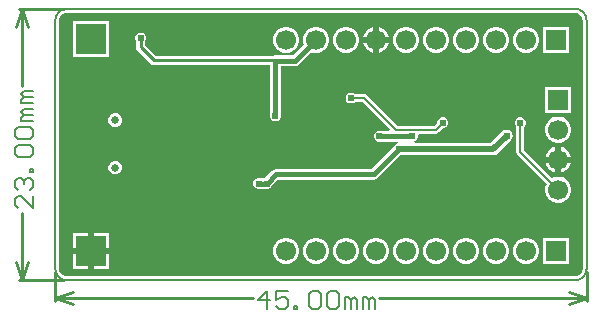
<source format=gbl>
G04*
G04 #@! TF.GenerationSoftware,Altium Limited,Altium Designer,21.2.2 (38)*
G04*
G04 Layer_Physical_Order=2*
G04 Layer_Color=16711680*
%FSLAX24Y24*%
%MOIN*%
G70*
G04*
G04 #@! TF.SameCoordinates,73095A83-B390-47B6-BD11-AEDCE0CE4F92*
G04*
G04*
G04 #@! TF.FilePolarity,Positive*
G04*
G01*
G75*
%ADD13C,0.0060*%
%ADD16C,0.0060*%
%ADD17C,0.0100*%
%ADD41C,0.0200*%
%ADD42C,0.0150*%
%ADD52R,0.1000X0.1000*%
%ADD53R,0.0669X0.0669*%
%ADD54C,0.0669*%
%ADD55R,0.0669X0.0669*%
%ADD56C,0.0256*%
%ADD57C,0.0240*%
G36*
X17323Y8922D02*
X17390Y8914D01*
X17453Y8887D01*
X17507Y8846D01*
X17549Y8792D01*
X17575Y8729D01*
X17584Y8661D01*
X17584D01*
Y394D01*
X17584D01*
X17575Y326D01*
X17549Y263D01*
X17507Y209D01*
X17453Y168D01*
X17390Y142D01*
X17323Y133D01*
Y133D01*
X394D01*
Y133D01*
X326Y142D01*
X263Y168D01*
X209Y209D01*
X168Y263D01*
X142Y326D01*
X133Y394D01*
X133D01*
Y8661D01*
X133D01*
X142Y8729D01*
X168Y8792D01*
X209Y8846D01*
X263Y8887D01*
X326Y8914D01*
X394Y8922D01*
Y8923D01*
X17323D01*
Y8922D01*
D02*
G37*
%LPC*%
G36*
X10800Y8439D02*
Y8116D01*
X11123D01*
X11105Y8184D01*
X11048Y8283D01*
X10967Y8364D01*
X10868Y8421D01*
X10800Y8439D01*
D02*
G37*
G36*
X10600D02*
X10532Y8421D01*
X10433Y8364D01*
X10352Y8283D01*
X10295Y8184D01*
X10277Y8116D01*
X10600D01*
Y8439D01*
D02*
G37*
G36*
X11123Y7916D02*
X10800D01*
Y7593D01*
X10868Y7611D01*
X10967Y7668D01*
X11048Y7749D01*
X11105Y7848D01*
X11123Y7916D01*
D02*
G37*
G36*
X10600D02*
X10277D01*
X10295Y7848D01*
X10352Y7749D01*
X10433Y7668D01*
X10532Y7611D01*
X10600Y7593D01*
Y7916D01*
D02*
G37*
G36*
X17135Y8450D02*
X16265D01*
Y7581D01*
X17135D01*
Y8450D01*
D02*
G37*
G36*
X15757D02*
X15643D01*
X15532Y8421D01*
X15433Y8364D01*
X15352Y8283D01*
X15295Y8184D01*
X15265Y8073D01*
Y7959D01*
X15295Y7848D01*
X15352Y7749D01*
X15433Y7668D01*
X15532Y7611D01*
X15643Y7581D01*
X15757D01*
X15868Y7611D01*
X15967Y7668D01*
X16048Y7749D01*
X16105Y7848D01*
X16135Y7959D01*
Y8073D01*
X16105Y8184D01*
X16048Y8283D01*
X15967Y8364D01*
X15868Y8421D01*
X15757Y8450D01*
D02*
G37*
G36*
X14757D02*
X14643D01*
X14532Y8421D01*
X14433Y8364D01*
X14352Y8283D01*
X14295Y8184D01*
X14265Y8073D01*
Y7959D01*
X14295Y7848D01*
X14352Y7749D01*
X14433Y7668D01*
X14532Y7611D01*
X14643Y7581D01*
X14757D01*
X14868Y7611D01*
X14967Y7668D01*
X15048Y7749D01*
X15105Y7848D01*
X15135Y7959D01*
Y8073D01*
X15105Y8184D01*
X15048Y8283D01*
X14967Y8364D01*
X14868Y8421D01*
X14757Y8450D01*
D02*
G37*
G36*
X13757D02*
X13643D01*
X13532Y8421D01*
X13433Y8364D01*
X13352Y8283D01*
X13295Y8184D01*
X13265Y8073D01*
Y7959D01*
X13295Y7848D01*
X13352Y7749D01*
X13433Y7668D01*
X13532Y7611D01*
X13643Y7581D01*
X13757D01*
X13868Y7611D01*
X13967Y7668D01*
X14048Y7749D01*
X14105Y7848D01*
X14135Y7959D01*
Y8073D01*
X14105Y8184D01*
X14048Y8283D01*
X13967Y8364D01*
X13868Y8421D01*
X13757Y8450D01*
D02*
G37*
G36*
X12757D02*
X12643D01*
X12532Y8421D01*
X12433Y8364D01*
X12352Y8283D01*
X12295Y8184D01*
X12265Y8073D01*
Y7959D01*
X12295Y7848D01*
X12352Y7749D01*
X12433Y7668D01*
X12532Y7611D01*
X12643Y7581D01*
X12757D01*
X12868Y7611D01*
X12967Y7668D01*
X13048Y7749D01*
X13105Y7848D01*
X13135Y7959D01*
Y8073D01*
X13105Y8184D01*
X13048Y8283D01*
X12967Y8364D01*
X12868Y8421D01*
X12757Y8450D01*
D02*
G37*
G36*
X11757D02*
X11643D01*
X11532Y8421D01*
X11433Y8364D01*
X11352Y8283D01*
X11295Y8184D01*
X11265Y8073D01*
Y7959D01*
X11295Y7848D01*
X11352Y7749D01*
X11433Y7668D01*
X11532Y7611D01*
X11643Y7581D01*
X11757D01*
X11868Y7611D01*
X11967Y7668D01*
X12048Y7749D01*
X12105Y7848D01*
X12135Y7959D01*
Y8073D01*
X12105Y8184D01*
X12048Y8283D01*
X11967Y8364D01*
X11868Y8421D01*
X11757Y8450D01*
D02*
G37*
G36*
X9757D02*
X9643D01*
X9532Y8421D01*
X9433Y8364D01*
X9352Y8283D01*
X9295Y8184D01*
X9265Y8073D01*
Y7959D01*
X9295Y7848D01*
X9352Y7749D01*
X9433Y7668D01*
X9532Y7611D01*
X9643Y7581D01*
X9757D01*
X9868Y7611D01*
X9967Y7668D01*
X10048Y7749D01*
X10105Y7848D01*
X10135Y7959D01*
Y8073D01*
X10105Y8184D01*
X10048Y8283D01*
X9967Y8364D01*
X9868Y8421D01*
X9757Y8450D01*
D02*
G37*
G36*
X7757D02*
X7643D01*
X7532Y8421D01*
X7433Y8364D01*
X7352Y8283D01*
X7295Y8184D01*
X7265Y8073D01*
Y7959D01*
X7295Y7848D01*
X7352Y7749D01*
X7433Y7668D01*
X7532Y7611D01*
X7643Y7581D01*
X7757D01*
X7868Y7611D01*
X7967Y7668D01*
X8048Y7749D01*
X8105Y7848D01*
X8135Y7959D01*
Y8073D01*
X8105Y8184D01*
X8048Y8283D01*
X7967Y8364D01*
X7868Y8421D01*
X7757Y8450D01*
D02*
G37*
G36*
X8757D02*
X8643D01*
X8532Y8421D01*
X8433Y8364D01*
X8352Y8283D01*
X8295Y8184D01*
X8265Y8073D01*
Y7959D01*
X8292Y7860D01*
X7936Y7504D01*
X7340D01*
X7272Y7490D01*
X7257Y7481D01*
X3355D01*
X3003Y7833D01*
Y7979D01*
X3030Y8044D01*
Y8116D01*
X3003Y8182D01*
X2952Y8233D01*
X2886Y8260D01*
X2814D01*
X2748Y8233D01*
X2697Y8182D01*
X2670Y8116D01*
Y8044D01*
X2697Y7979D01*
Y7770D01*
X2697Y7770D01*
X2709Y7711D01*
X2742Y7661D01*
X3184Y7220D01*
X3233Y7186D01*
X3292Y7175D01*
X7162D01*
Y5520D01*
X7160Y5516D01*
Y5444D01*
X7187Y5378D01*
X7238Y5327D01*
X7304Y5300D01*
X7376D01*
X7442Y5327D01*
X7493Y5378D01*
X7520Y5444D01*
Y5516D01*
X7518Y5520D01*
Y7147D01*
X8010D01*
X8078Y7161D01*
X8136Y7199D01*
X8544Y7608D01*
X8643Y7581D01*
X8757D01*
X8868Y7611D01*
X8967Y7668D01*
X9048Y7749D01*
X9105Y7848D01*
X9135Y7959D01*
Y8073D01*
X9105Y8184D01*
X9048Y8283D01*
X8967Y8364D01*
X8868Y8421D01*
X8757Y8450D01*
D02*
G37*
G36*
X1810Y8630D02*
X610D01*
Y7430D01*
X1810D01*
Y8630D01*
D02*
G37*
G36*
X17205Y6460D02*
X16335D01*
Y5590D01*
X17205D01*
Y6460D01*
D02*
G37*
G36*
X2052Y5563D02*
X1961D01*
X1877Y5528D01*
X1813Y5464D01*
X1778Y5380D01*
Y5290D01*
X1813Y5206D01*
X1877Y5142D01*
X1961Y5107D01*
X2052D01*
X2136Y5142D01*
X2200Y5206D01*
X2234Y5290D01*
Y5380D01*
X2200Y5464D01*
X2136Y5528D01*
X2052Y5563D01*
D02*
G37*
G36*
X9896Y6260D02*
X9824D01*
X9758Y6233D01*
X9707Y6182D01*
X9680Y6116D01*
Y6044D01*
X9707Y5978D01*
X9758Y5927D01*
X9824Y5900D01*
X9896D01*
X9962Y5927D01*
X9982Y5947D01*
X10240D01*
X11158Y5029D01*
X11139Y4983D01*
X10815D01*
X10815Y4983D01*
X10799Y4980D01*
X10774D01*
X10751Y4970D01*
X10746Y4969D01*
X10742Y4967D01*
X10708Y4953D01*
X10657Y4902D01*
X10630Y4836D01*
Y4764D01*
X10657Y4698D01*
X10708Y4647D01*
X10774Y4620D01*
X10846D01*
X10861Y4626D01*
X11426D01*
X11431Y4576D01*
X11392Y4568D01*
X11326Y4524D01*
X11282Y4458D01*
X11278Y4440D01*
X10544Y3706D01*
X7352D01*
X7352Y3706D01*
X7284Y3693D01*
X7226Y3654D01*
X6976Y3405D01*
X6830D01*
X6826Y3406D01*
X6754D01*
X6688Y3379D01*
X6638Y3328D01*
X6610Y3262D01*
Y3190D01*
X6638Y3124D01*
X6688Y3074D01*
X6754Y3046D01*
X6826D01*
X6830Y3048D01*
X7011D01*
X7014Y3046D01*
X7086D01*
X7152Y3074D01*
X7203Y3124D01*
X7204Y3128D01*
X7426Y3349D01*
X10618D01*
X10686Y3363D01*
X10744Y3402D01*
X11518Y4176D01*
X14610D01*
X14688Y4192D01*
X14754Y4236D01*
X15194Y4676D01*
X15238Y4742D01*
X15254Y4820D01*
X15238Y4898D01*
X15194Y4964D01*
X15128Y5008D01*
X15050Y5024D01*
X14972Y5008D01*
X14906Y4964D01*
X14526Y4584D01*
X12012D01*
X11970Y4634D01*
X11971Y4640D01*
X11974Y4642D01*
X12009Y4657D01*
X12059Y4707D01*
X12087Y4773D01*
Y4845D01*
X12085Y4850D01*
X12113Y4891D01*
X12689D01*
X12740Y4901D01*
X12783Y4930D01*
X12921Y5068D01*
X12950D01*
X13016Y5096D01*
X13066Y5146D01*
X13094Y5213D01*
Y5284D01*
X13066Y5350D01*
X13016Y5401D01*
X12950Y5428D01*
X12878D01*
X12812Y5401D01*
X12761Y5350D01*
X12734Y5284D01*
Y5256D01*
X12634Y5156D01*
X11406D01*
X10389Y6174D01*
X10346Y6202D01*
X10295Y6213D01*
X9982D01*
X9962Y6233D01*
X9896Y6260D01*
D02*
G37*
G36*
X16827Y5460D02*
X16713D01*
X16602Y5430D01*
X16503Y5373D01*
X16422Y5292D01*
X16365Y5193D01*
X16335Y5082D01*
Y4968D01*
X16365Y4857D01*
X16422Y4758D01*
X16503Y4677D01*
X16602Y4620D01*
X16713Y4590D01*
X16827D01*
X16938Y4620D01*
X17037Y4677D01*
X17118Y4758D01*
X17175Y4857D01*
X17205Y4968D01*
Y5082D01*
X17175Y5193D01*
X17118Y5292D01*
X17037Y5373D01*
X16938Y5430D01*
X16827Y5460D01*
D02*
G37*
G36*
X16870Y4448D02*
Y4125D01*
X17193D01*
X17175Y4193D01*
X17118Y4292D01*
X17037Y4373D01*
X16938Y4430D01*
X16870Y4448D01*
D02*
G37*
G36*
X16670D02*
X16602Y4430D01*
X16503Y4373D01*
X16422Y4292D01*
X16365Y4193D01*
X16347Y4125D01*
X16670D01*
Y4448D01*
D02*
G37*
G36*
X17193Y3925D02*
X16870D01*
Y3602D01*
X16938Y3620D01*
X17037Y3677D01*
X17118Y3758D01*
X17175Y3857D01*
X17193Y3925D01*
D02*
G37*
G36*
X16670D02*
X16347D01*
X16365Y3857D01*
X16422Y3758D01*
X16503Y3677D01*
X16602Y3620D01*
X16670Y3602D01*
Y3925D01*
D02*
G37*
G36*
X2052Y3988D02*
X1961D01*
X1877Y3953D01*
X1813Y3889D01*
X1778Y3805D01*
Y3715D01*
X1813Y3631D01*
X1877Y3567D01*
X1961Y3532D01*
X2052D01*
X2136Y3567D01*
X2200Y3631D01*
X2234Y3715D01*
Y3805D01*
X2200Y3889D01*
X2136Y3953D01*
X2052Y3988D01*
D02*
G37*
G36*
X15537Y5428D02*
X15466D01*
X15400Y5401D01*
X15349Y5350D01*
X15322Y5284D01*
Y5213D01*
X15349Y5146D01*
X15369Y5126D01*
Y4293D01*
X15379Y4243D01*
X15408Y4200D01*
X16383Y3224D01*
X16365Y3193D01*
X16335Y3082D01*
Y2968D01*
X16365Y2857D01*
X16422Y2758D01*
X16503Y2677D01*
X16602Y2620D01*
X16713Y2590D01*
X16827D01*
X16938Y2620D01*
X17037Y2677D01*
X17118Y2758D01*
X17175Y2857D01*
X17205Y2968D01*
Y3082D01*
X17175Y3193D01*
X17118Y3292D01*
X17037Y3373D01*
X16938Y3430D01*
X16827Y3460D01*
X16713D01*
X16602Y3430D01*
X16571Y3412D01*
X15634Y4348D01*
Y5126D01*
X15654Y5146D01*
X15682Y5213D01*
Y5284D01*
X15654Y5350D01*
X15604Y5401D01*
X15537Y5428D01*
D02*
G37*
G36*
X1790Y1570D02*
X1290D01*
Y1070D01*
X1790D01*
Y1570D01*
D02*
G37*
G36*
X1090D02*
X590D01*
Y1070D01*
X1090D01*
Y1570D01*
D02*
G37*
G36*
X17135Y1419D02*
X16265D01*
Y550D01*
X17135D01*
Y1419D01*
D02*
G37*
G36*
X15757D02*
X15643D01*
X15532Y1389D01*
X15433Y1332D01*
X15352Y1251D01*
X15295Y1152D01*
X15265Y1041D01*
Y927D01*
X15295Y816D01*
X15352Y717D01*
X15433Y636D01*
X15532Y579D01*
X15643Y550D01*
X15757D01*
X15868Y579D01*
X15967Y636D01*
X16048Y717D01*
X16105Y816D01*
X16135Y927D01*
Y1041D01*
X16105Y1152D01*
X16048Y1251D01*
X15967Y1332D01*
X15868Y1389D01*
X15757Y1419D01*
D02*
G37*
G36*
X14757D02*
X14643D01*
X14532Y1389D01*
X14433Y1332D01*
X14352Y1251D01*
X14295Y1152D01*
X14265Y1041D01*
Y927D01*
X14295Y816D01*
X14352Y717D01*
X14433Y636D01*
X14532Y579D01*
X14643Y550D01*
X14757D01*
X14868Y579D01*
X14967Y636D01*
X15048Y717D01*
X15105Y816D01*
X15135Y927D01*
Y1041D01*
X15105Y1152D01*
X15048Y1251D01*
X14967Y1332D01*
X14868Y1389D01*
X14757Y1419D01*
D02*
G37*
G36*
X13757D02*
X13643D01*
X13532Y1389D01*
X13433Y1332D01*
X13352Y1251D01*
X13295Y1152D01*
X13265Y1041D01*
Y927D01*
X13295Y816D01*
X13352Y717D01*
X13433Y636D01*
X13532Y579D01*
X13643Y550D01*
X13757D01*
X13868Y579D01*
X13967Y636D01*
X14048Y717D01*
X14105Y816D01*
X14135Y927D01*
Y1041D01*
X14105Y1152D01*
X14048Y1251D01*
X13967Y1332D01*
X13868Y1389D01*
X13757Y1419D01*
D02*
G37*
G36*
X12757D02*
X12643D01*
X12532Y1389D01*
X12433Y1332D01*
X12352Y1251D01*
X12295Y1152D01*
X12265Y1041D01*
Y927D01*
X12295Y816D01*
X12352Y717D01*
X12433Y636D01*
X12532Y579D01*
X12643Y550D01*
X12757D01*
X12868Y579D01*
X12967Y636D01*
X13048Y717D01*
X13105Y816D01*
X13135Y927D01*
Y1041D01*
X13105Y1152D01*
X13048Y1251D01*
X12967Y1332D01*
X12868Y1389D01*
X12757Y1419D01*
D02*
G37*
G36*
X11757D02*
X11643D01*
X11532Y1389D01*
X11433Y1332D01*
X11352Y1251D01*
X11295Y1152D01*
X11265Y1041D01*
Y927D01*
X11295Y816D01*
X11352Y717D01*
X11433Y636D01*
X11532Y579D01*
X11643Y550D01*
X11757D01*
X11868Y579D01*
X11967Y636D01*
X12048Y717D01*
X12105Y816D01*
X12135Y927D01*
Y1041D01*
X12105Y1152D01*
X12048Y1251D01*
X11967Y1332D01*
X11868Y1389D01*
X11757Y1419D01*
D02*
G37*
G36*
X10757D02*
X10643D01*
X10532Y1389D01*
X10433Y1332D01*
X10352Y1251D01*
X10295Y1152D01*
X10265Y1041D01*
Y927D01*
X10295Y816D01*
X10352Y717D01*
X10433Y636D01*
X10532Y579D01*
X10643Y550D01*
X10757D01*
X10868Y579D01*
X10967Y636D01*
X11048Y717D01*
X11105Y816D01*
X11135Y927D01*
Y1041D01*
X11105Y1152D01*
X11048Y1251D01*
X10967Y1332D01*
X10868Y1389D01*
X10757Y1419D01*
D02*
G37*
G36*
X9757D02*
X9643D01*
X9532Y1389D01*
X9433Y1332D01*
X9352Y1251D01*
X9295Y1152D01*
X9265Y1041D01*
Y927D01*
X9295Y816D01*
X9352Y717D01*
X9433Y636D01*
X9532Y579D01*
X9643Y550D01*
X9757D01*
X9868Y579D01*
X9967Y636D01*
X10048Y717D01*
X10105Y816D01*
X10135Y927D01*
Y1041D01*
X10105Y1152D01*
X10048Y1251D01*
X9967Y1332D01*
X9868Y1389D01*
X9757Y1419D01*
D02*
G37*
G36*
X8757D02*
X8643D01*
X8532Y1389D01*
X8433Y1332D01*
X8352Y1251D01*
X8295Y1152D01*
X8265Y1041D01*
Y927D01*
X8295Y816D01*
X8352Y717D01*
X8433Y636D01*
X8532Y579D01*
X8643Y550D01*
X8757D01*
X8868Y579D01*
X8967Y636D01*
X9048Y717D01*
X9105Y816D01*
X9135Y927D01*
Y1041D01*
X9105Y1152D01*
X9048Y1251D01*
X8967Y1332D01*
X8868Y1389D01*
X8757Y1419D01*
D02*
G37*
G36*
X7757D02*
X7643D01*
X7532Y1389D01*
X7433Y1332D01*
X7352Y1251D01*
X7295Y1152D01*
X7265Y1041D01*
Y927D01*
X7295Y816D01*
X7352Y717D01*
X7433Y636D01*
X7532Y579D01*
X7643Y550D01*
X7757D01*
X7868Y579D01*
X7967Y636D01*
X8048Y717D01*
X8105Y816D01*
X8135Y927D01*
Y1041D01*
X8105Y1152D01*
X8048Y1251D01*
X7967Y1332D01*
X7868Y1389D01*
X7757Y1419D01*
D02*
G37*
G36*
X1790Y870D02*
X1290D01*
Y370D01*
X1790D01*
Y870D01*
D02*
G37*
G36*
X1090D02*
X590D01*
Y370D01*
X1090D01*
Y870D01*
D02*
G37*
%LPD*%
D13*
X10295Y6080D02*
X11351Y5024D01*
X9860Y6080D02*
X10295D01*
X12689Y5024D02*
X12914Y5248D01*
X11351Y5024D02*
X12689D01*
X15502Y4293D02*
Y5248D01*
X15510Y5240D01*
X15502Y4293D02*
X16770Y3025D01*
X0Y394D02*
Y8661D01*
X394Y0D02*
X17323D01*
X394Y9055D02*
X17323D01*
X17717Y394D02*
Y8661D01*
X7049Y-940D02*
Y-340D01*
X6749Y-640D01*
X7149D01*
X7749Y-340D02*
X7349D01*
Y-640D01*
X7549Y-540D01*
X7649D01*
X7749Y-640D01*
Y-840D01*
X7649Y-940D01*
X7449D01*
X7349Y-840D01*
X7949Y-940D02*
Y-840D01*
X8048D01*
Y-940D01*
X7949D01*
X8448Y-440D02*
X8548Y-340D01*
X8748D01*
X8848Y-440D01*
Y-840D01*
X8748Y-940D01*
X8548D01*
X8448Y-840D01*
Y-440D01*
X9048D02*
X9148Y-340D01*
X9348D01*
X9448Y-440D01*
Y-840D01*
X9348Y-940D01*
X9148D01*
X9048Y-840D01*
Y-440D01*
X9648Y-940D02*
Y-540D01*
X9748D01*
X9848Y-640D01*
Y-940D01*
Y-640D01*
X9948Y-540D01*
X10048Y-640D01*
Y-940D01*
X10248D02*
Y-540D01*
X10348D01*
X10448Y-640D01*
Y-940D01*
Y-640D01*
X10548Y-540D01*
X10648Y-640D01*
Y-940D01*
X-730Y2818D02*
Y2418D01*
X-1130Y2818D01*
X-1230D01*
X-1330Y2718D01*
Y2518D01*
X-1230Y2418D01*
Y3018D02*
X-1330Y3118D01*
Y3318D01*
X-1230Y3418D01*
X-1130D01*
X-1030Y3318D01*
Y3218D01*
Y3318D01*
X-930Y3418D01*
X-830D01*
X-730Y3318D01*
Y3118D01*
X-830Y3018D01*
X-730Y3618D02*
X-830D01*
Y3718D01*
X-730D01*
Y3618D01*
X-1230Y4118D02*
X-1330Y4218D01*
Y4418D01*
X-1230Y4518D01*
X-830D01*
X-730Y4418D01*
Y4218D01*
X-830Y4118D01*
X-1230D01*
Y4717D02*
X-1330Y4817D01*
Y5017D01*
X-1230Y5117D01*
X-830D01*
X-730Y5017D01*
Y4817D01*
X-830Y4717D01*
X-1230D01*
X-730Y5317D02*
X-1130D01*
Y5417D01*
X-1030Y5517D01*
X-730D01*
X-1030D01*
X-1130Y5617D01*
X-1030Y5717D01*
X-730D01*
Y5917D02*
X-1130D01*
Y6017D01*
X-1030Y6117D01*
X-730D01*
X-1030D01*
X-1130Y6217D01*
X-1030Y6317D01*
X-730D01*
D16*
X17323Y0D02*
G03*
X17717Y394I0J394D01*
G01*
X17717Y8661D02*
G03*
X17323Y9055I-394J0D01*
G01*
X394D02*
G03*
X0Y8661I0J-394D01*
G01*
Y394D02*
G03*
X394Y0I394J0D01*
G01*
D17*
X3292Y7328D02*
X7338D01*
X7340Y7325D01*
X2850Y7770D02*
X3292Y7328D01*
X2850Y7770D02*
Y8080D01*
X0Y-580D02*
X600Y-380D01*
X0Y-580D02*
X600Y-780D01*
X17117D02*
X17717Y-580D01*
X17117Y-380D02*
X17717Y-580D01*
X0D02*
X6589D01*
X10808D02*
X17717D01*
X0Y-680D02*
Y294D01*
X17717Y-680D02*
Y294D01*
X-1090Y9055D02*
X-890Y8455D01*
X-1290D02*
X-1090Y9055D01*
X-1290Y600D02*
X-1090Y0D01*
X-890Y600D01*
X-1090Y6477D02*
Y9055D01*
Y0D02*
Y2258D01*
X-1190Y9055D02*
X294D01*
X-1190Y0D02*
X294D01*
D41*
X14610Y4380D02*
X15050Y4820D01*
X11470Y4380D02*
X14610D01*
D42*
X10815Y4805D02*
X11902D01*
X10810Y4800D02*
X10815Y4805D01*
X11902D02*
X11907Y4809D01*
X7340Y5480D02*
Y7325D01*
X8010D02*
X8700Y8016D01*
X7340Y7325D02*
X8010D01*
X7352Y3528D02*
X10618D01*
X7050Y3226D02*
X7352Y3528D01*
X10618D02*
X11470Y4380D01*
X6790Y3226D02*
X7050D01*
D52*
X1190Y970D02*
D03*
X1210Y8030D02*
D03*
D53*
X16770Y6025D02*
D03*
D54*
Y5025D02*
D03*
Y4025D02*
D03*
Y3025D02*
D03*
X15700Y984D02*
D03*
X14700D02*
D03*
X13700D02*
D03*
X12700D02*
D03*
X11700D02*
D03*
X10700D02*
D03*
X9700D02*
D03*
X8700D02*
D03*
X7700D02*
D03*
X8700Y8016D02*
D03*
X10700D02*
D03*
X9700D02*
D03*
X7700D02*
D03*
X11700D02*
D03*
X12700D02*
D03*
X13700D02*
D03*
X14700D02*
D03*
X15700D02*
D03*
D55*
X16700Y984D02*
D03*
Y8016D02*
D03*
D56*
X2006Y3760D02*
D03*
Y5335D02*
D03*
D57*
X10810Y4800D02*
D03*
X11907Y4809D02*
D03*
X12150Y5254D02*
D03*
X10484Y3892D02*
D03*
X6150Y8070D02*
D03*
X7340Y5480D02*
D03*
X7050Y3226D02*
D03*
X15050Y4820D02*
D03*
X11470Y4380D02*
D03*
X15502Y5248D02*
D03*
X9860Y6080D02*
D03*
X12914Y5248D02*
D03*
X6560Y6070D02*
D03*
X6820D02*
D03*
X6790Y3226D02*
D03*
X2760Y3620D02*
D03*
X3020D02*
D03*
X2850Y8080D02*
D03*
M02*

</source>
